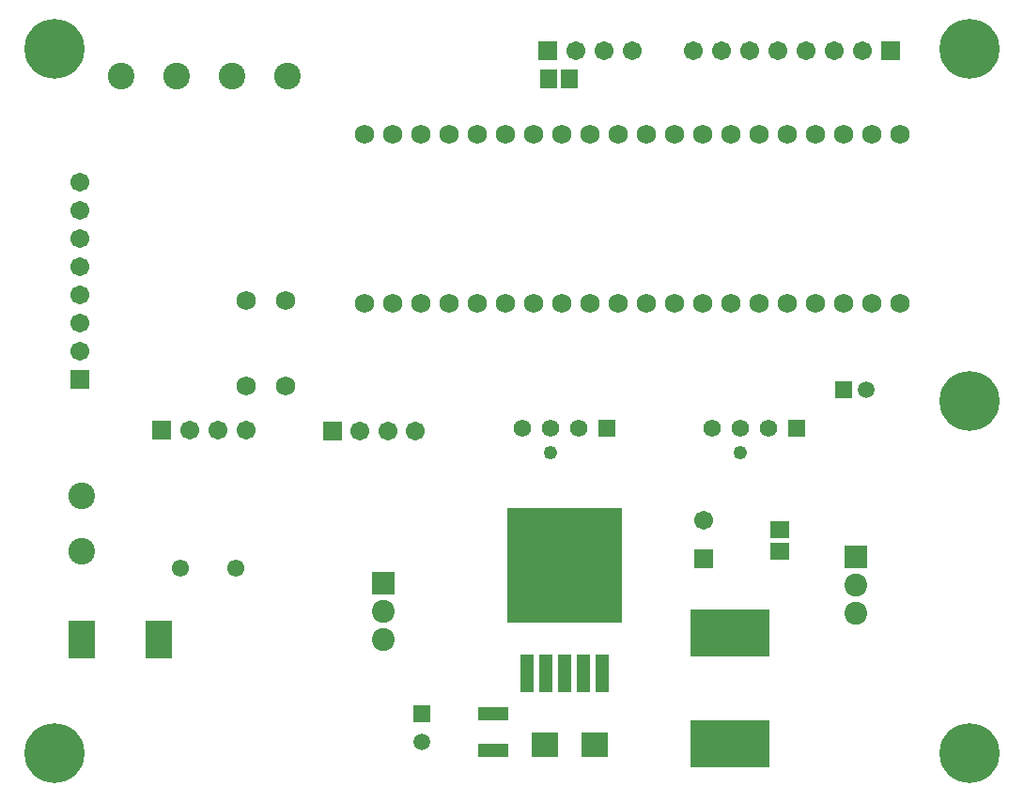
<source format=gts>
G04*
G04 #@! TF.GenerationSoftware,Altium Limited,Altium Designer,19.1.8 (144)*
G04*
G04 Layer_Color=8388736*
%FSLAX24Y24*%
%MOIN*%
G70*
G01*
G75*
%ADD30R,0.0592X0.0671*%
%ADD31R,0.0671X0.0592*%
%ADD32R,0.2836X0.1655*%
%ADD33R,0.0938X0.0915*%
%ADD34R,0.0480X0.1340*%
%ADD35R,0.4080X0.4056*%
%ADD36R,0.0946X0.1320*%
%ADD37R,0.1104X0.0513*%
%ADD38C,0.0812*%
%ADD39R,0.0812X0.0812*%
%ADD40R,0.0671X0.0671*%
%ADD41C,0.0671*%
%ADD42R,0.0671X0.0671*%
%ADD43R,0.0592X0.0592*%
%ADD44C,0.0592*%
%ADD45C,0.0474*%
%ADD46C,0.0611*%
%ADD47C,0.2127*%
%ADD48C,0.0946*%
%ADD49C,0.0680*%
%ADD50R,0.0592X0.0592*%
%ADD51C,0.0618*%
%ADD52R,0.0618X0.0618*%
%ADD53C,0.0492*%
D30*
X29606Y35039D02*
D03*
X28858D02*
D03*
D31*
X37049Y19043D02*
D03*
Y18295D02*
D03*
D32*
X35276Y15394D02*
D03*
Y11457D02*
D03*
D33*
X28734Y11417D02*
D03*
X30478D02*
D03*
D34*
X28078Y13962D02*
D03*
X28749D02*
D03*
X29418D02*
D03*
X30089D02*
D03*
X30759D02*
D03*
D35*
X29418Y17779D02*
D03*
D36*
X12274Y15138D02*
D03*
X15030D02*
D03*
D37*
X26890Y11220D02*
D03*
Y12520D02*
D03*
D38*
X22992Y15146D02*
D03*
Y16146D02*
D03*
X39760Y17087D02*
D03*
Y16087D02*
D03*
D39*
X22992Y17146D02*
D03*
X39760Y18087D02*
D03*
D40*
X28833Y36063D02*
D03*
X40990Y36063D02*
D03*
X15136Y22589D02*
D03*
X21181Y22559D02*
D03*
D41*
X29833Y36063D02*
D03*
X30833D02*
D03*
X31833D02*
D03*
X36990Y36063D02*
D03*
X35990D02*
D03*
X34990D02*
D03*
X33990D02*
D03*
X39990D02*
D03*
X38990D02*
D03*
X37990D02*
D03*
X34370Y19390D02*
D03*
X12224Y28382D02*
D03*
Y29382D02*
D03*
Y30382D02*
D03*
Y31382D02*
D03*
Y25382D02*
D03*
Y26382D02*
D03*
Y27382D02*
D03*
X18136Y22589D02*
D03*
X17136D02*
D03*
X16136D02*
D03*
X22165Y22559D02*
D03*
X23150D02*
D03*
X24134D02*
D03*
D42*
X34370Y18012D02*
D03*
X12224Y24382D02*
D03*
D43*
X24370Y12500D02*
D03*
D44*
Y11516D02*
D03*
X40126Y24016D02*
D03*
D45*
X27874Y16339D02*
D03*
X28661D02*
D03*
X29449D02*
D03*
X30236D02*
D03*
X31024D02*
D03*
Y17283D02*
D03*
X30236D02*
D03*
X29449D02*
D03*
X28661D02*
D03*
X27874D02*
D03*
X31024Y18228D02*
D03*
X30236D02*
D03*
X29449D02*
D03*
X28661D02*
D03*
X27874D02*
D03*
X31024Y19173D02*
D03*
X30236D02*
D03*
X29449D02*
D03*
X28661D02*
D03*
X27874D02*
D03*
D46*
X15787Y17687D02*
D03*
X17756D02*
D03*
D47*
X11319Y36122D02*
D03*
X43799Y23622D02*
D03*
Y36122D02*
D03*
Y11122D02*
D03*
X11319D02*
D03*
D48*
X19606Y35157D02*
D03*
X17638D02*
D03*
X13701D02*
D03*
X15669D02*
D03*
X12283Y20246D02*
D03*
Y18278D02*
D03*
D49*
X22339Y27071D02*
D03*
X23339D02*
D03*
X24339D02*
D03*
X25339D02*
D03*
X26339D02*
D03*
X27339D02*
D03*
X28339D02*
D03*
X29339D02*
D03*
X30339D02*
D03*
X31339D02*
D03*
X32339D02*
D03*
X33339D02*
D03*
X34339D02*
D03*
X35339D02*
D03*
X36339D02*
D03*
X37339D02*
D03*
X38339D02*
D03*
X39339D02*
D03*
X40339D02*
D03*
X41339D02*
D03*
Y33071D02*
D03*
X40339D02*
D03*
X39339D02*
D03*
X38339D02*
D03*
X37339D02*
D03*
X36339D02*
D03*
X35339D02*
D03*
X34339D02*
D03*
X33339D02*
D03*
X32339D02*
D03*
X31339D02*
D03*
X30339D02*
D03*
X29339D02*
D03*
X28339D02*
D03*
X27339D02*
D03*
X26339D02*
D03*
X25339D02*
D03*
X24339D02*
D03*
X23339D02*
D03*
X22339D02*
D03*
X19508Y24142D02*
D03*
Y27165D02*
D03*
X18140Y24142D02*
D03*
Y27165D02*
D03*
D50*
X39339Y24016D02*
D03*
D51*
X34669Y22646D02*
D03*
X35669D02*
D03*
X36669D02*
D03*
X27909D02*
D03*
X28909D02*
D03*
X29909D02*
D03*
D52*
X37669D02*
D03*
X30909D02*
D03*
D53*
X35669Y21795D02*
D03*
X28909D02*
D03*
M02*

</source>
